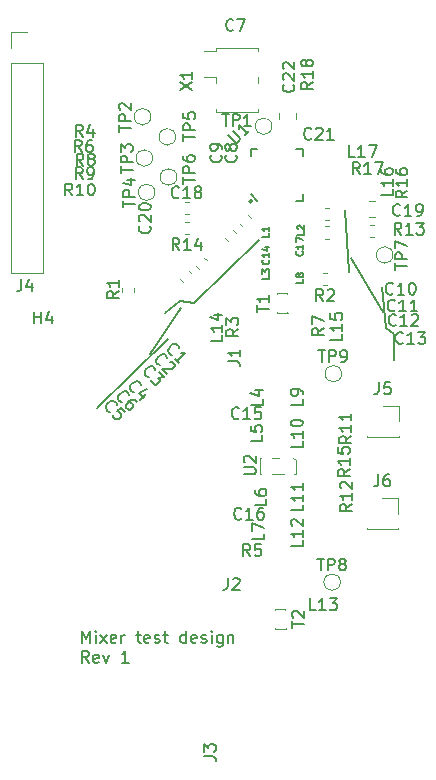
<source format=gto>
%TF.GenerationSoftware,KiCad,Pcbnew,5.1.5-52549c5~84~ubuntu19.10.1*%
%TF.CreationDate,2019-12-17T23:17:54-05:00*%
%TF.ProjectId,test-mixer,74657374-2d6d-4697-9865-722e6b696361,rev?*%
%TF.SameCoordinates,Original*%
%TF.FileFunction,Legend,Top*%
%TF.FilePolarity,Positive*%
%FSLAX46Y46*%
G04 Gerber Fmt 4.6, Leading zero omitted, Abs format (unit mm)*
G04 Created by KiCad (PCBNEW 5.1.5-52549c5~84~ubuntu19.10.1) date 2019-12-17 23:17:54*
%MOMM*%
%LPD*%
G04 APERTURE LIST*
%ADD10C,0.152400*%
%ADD11C,0.120000*%
%ADD12C,0.150000*%
G04 APERTURE END LIST*
D10*
X24615964Y-129496419D02*
X24615964Y-128480419D01*
X24954631Y-129206133D01*
X25293298Y-128480419D01*
X25293298Y-129496419D01*
X25777107Y-129496419D02*
X25777107Y-128819085D01*
X25777107Y-128480419D02*
X25728726Y-128528800D01*
X25777107Y-128577180D01*
X25825488Y-128528800D01*
X25777107Y-128480419D01*
X25777107Y-128577180D01*
X26164155Y-129496419D02*
X26696345Y-128819085D01*
X26164155Y-128819085D02*
X26696345Y-129496419D01*
X27470440Y-129448038D02*
X27373679Y-129496419D01*
X27180155Y-129496419D01*
X27083393Y-129448038D01*
X27035012Y-129351276D01*
X27035012Y-128964228D01*
X27083393Y-128867466D01*
X27180155Y-128819085D01*
X27373679Y-128819085D01*
X27470440Y-128867466D01*
X27518821Y-128964228D01*
X27518821Y-129060990D01*
X27035012Y-129157752D01*
X27954250Y-129496419D02*
X27954250Y-128819085D01*
X27954250Y-129012609D02*
X28002631Y-128915847D01*
X28051012Y-128867466D01*
X28147774Y-128819085D01*
X28244536Y-128819085D01*
X29212155Y-128819085D02*
X29599202Y-128819085D01*
X29357298Y-128480419D02*
X29357298Y-129351276D01*
X29405679Y-129448038D01*
X29502440Y-129496419D01*
X29599202Y-129496419D01*
X30324917Y-129448038D02*
X30228155Y-129496419D01*
X30034631Y-129496419D01*
X29937869Y-129448038D01*
X29889488Y-129351276D01*
X29889488Y-128964228D01*
X29937869Y-128867466D01*
X30034631Y-128819085D01*
X30228155Y-128819085D01*
X30324917Y-128867466D01*
X30373298Y-128964228D01*
X30373298Y-129060990D01*
X29889488Y-129157752D01*
X30760345Y-129448038D02*
X30857107Y-129496419D01*
X31050631Y-129496419D01*
X31147393Y-129448038D01*
X31195774Y-129351276D01*
X31195774Y-129302895D01*
X31147393Y-129206133D01*
X31050631Y-129157752D01*
X30905488Y-129157752D01*
X30808726Y-129109371D01*
X30760345Y-129012609D01*
X30760345Y-128964228D01*
X30808726Y-128867466D01*
X30905488Y-128819085D01*
X31050631Y-128819085D01*
X31147393Y-128867466D01*
X31486060Y-128819085D02*
X31873107Y-128819085D01*
X31631202Y-128480419D02*
X31631202Y-129351276D01*
X31679583Y-129448038D01*
X31776345Y-129496419D01*
X31873107Y-129496419D01*
X33421298Y-129496419D02*
X33421298Y-128480419D01*
X33421298Y-129448038D02*
X33324536Y-129496419D01*
X33131012Y-129496419D01*
X33034250Y-129448038D01*
X32985869Y-129399657D01*
X32937488Y-129302895D01*
X32937488Y-129012609D01*
X32985869Y-128915847D01*
X33034250Y-128867466D01*
X33131012Y-128819085D01*
X33324536Y-128819085D01*
X33421298Y-128867466D01*
X34292155Y-129448038D02*
X34195393Y-129496419D01*
X34001869Y-129496419D01*
X33905107Y-129448038D01*
X33856726Y-129351276D01*
X33856726Y-128964228D01*
X33905107Y-128867466D01*
X34001869Y-128819085D01*
X34195393Y-128819085D01*
X34292155Y-128867466D01*
X34340536Y-128964228D01*
X34340536Y-129060990D01*
X33856726Y-129157752D01*
X34727583Y-129448038D02*
X34824345Y-129496419D01*
X35017869Y-129496419D01*
X35114631Y-129448038D01*
X35163012Y-129351276D01*
X35163012Y-129302895D01*
X35114631Y-129206133D01*
X35017869Y-129157752D01*
X34872726Y-129157752D01*
X34775964Y-129109371D01*
X34727583Y-129012609D01*
X34727583Y-128964228D01*
X34775964Y-128867466D01*
X34872726Y-128819085D01*
X35017869Y-128819085D01*
X35114631Y-128867466D01*
X35598440Y-129496419D02*
X35598440Y-128819085D01*
X35598440Y-128480419D02*
X35550060Y-128528800D01*
X35598440Y-128577180D01*
X35646821Y-128528800D01*
X35598440Y-128480419D01*
X35598440Y-128577180D01*
X36517679Y-128819085D02*
X36517679Y-129641561D01*
X36469298Y-129738323D01*
X36420917Y-129786704D01*
X36324155Y-129835085D01*
X36179012Y-129835085D01*
X36082250Y-129786704D01*
X36517679Y-129448038D02*
X36420917Y-129496419D01*
X36227393Y-129496419D01*
X36130631Y-129448038D01*
X36082250Y-129399657D01*
X36033869Y-129302895D01*
X36033869Y-129012609D01*
X36082250Y-128915847D01*
X36130631Y-128867466D01*
X36227393Y-128819085D01*
X36420917Y-128819085D01*
X36517679Y-128867466D01*
X37001488Y-128819085D02*
X37001488Y-129496419D01*
X37001488Y-128915847D02*
X37049869Y-128867466D01*
X37146631Y-128819085D01*
X37291774Y-128819085D01*
X37388536Y-128867466D01*
X37436917Y-128964228D01*
X37436917Y-129496419D01*
X25196536Y-131172819D02*
X24857869Y-130689009D01*
X24615964Y-131172819D02*
X24615964Y-130156819D01*
X25003012Y-130156819D01*
X25099774Y-130205200D01*
X25148155Y-130253580D01*
X25196536Y-130350342D01*
X25196536Y-130495485D01*
X25148155Y-130592247D01*
X25099774Y-130640628D01*
X25003012Y-130689009D01*
X24615964Y-130689009D01*
X26019012Y-131124438D02*
X25922250Y-131172819D01*
X25728726Y-131172819D01*
X25631964Y-131124438D01*
X25583583Y-131027676D01*
X25583583Y-130640628D01*
X25631964Y-130543866D01*
X25728726Y-130495485D01*
X25922250Y-130495485D01*
X26019012Y-130543866D01*
X26067393Y-130640628D01*
X26067393Y-130737390D01*
X25583583Y-130834152D01*
X26406060Y-130495485D02*
X26647964Y-131172819D01*
X26889869Y-130495485D01*
X28583202Y-131172819D02*
X28002631Y-131172819D01*
X28292917Y-131172819D02*
X28292917Y-130156819D01*
X28196155Y-130301961D01*
X28099393Y-130398723D01*
X28002631Y-130447104D01*
X32975000Y-101125000D02*
X30350000Y-105050000D01*
X31900000Y-103775000D02*
X25900000Y-109625000D01*
X32900000Y-100575000D02*
X31650000Y-101525000D01*
X34075000Y-100700000D02*
X32900000Y-100575000D01*
X39575000Y-95375000D02*
X34075000Y-100700000D01*
X50125000Y-101500000D02*
X47400000Y-96900000D01*
X51000000Y-103375000D02*
X51075000Y-105575000D01*
X50375000Y-102875000D02*
X51000000Y-103375000D01*
X50025000Y-99350000D02*
X50375000Y-102875000D01*
X46925000Y-92850000D02*
X47200000Y-98075000D01*
D11*
X35950000Y-81580000D02*
X34950000Y-81580000D01*
X35950000Y-82120000D02*
X35950000Y-81580000D01*
X39550000Y-79150000D02*
X39550000Y-79420000D01*
X35950000Y-79150000D02*
X39550000Y-79150000D01*
X35950000Y-79420000D02*
X35950000Y-79150000D01*
X34950000Y-79420000D02*
X35950000Y-79420000D01*
X39550000Y-81580000D02*
X39550000Y-82120000D01*
X35950000Y-84550000D02*
X35950000Y-84280000D01*
X39550000Y-84550000D02*
X35950000Y-84550000D01*
X39550000Y-84280000D02*
X39550000Y-84550000D01*
X42700000Y-115200000D02*
X42600000Y-115200000D01*
X39800000Y-115200000D02*
X39700000Y-115200000D01*
X39700000Y-113800000D02*
X39800000Y-113800000D01*
X42700000Y-114000000D02*
X42500000Y-113800000D01*
X42700000Y-115200000D02*
X42700000Y-114000000D01*
X39700000Y-115200000D02*
X39700000Y-113800000D01*
X41300000Y-113800000D02*
X40700000Y-113800000D01*
X41700000Y-115200000D02*
X40700000Y-115200000D01*
D12*
X39050000Y-92100000D02*
G75*
G03X39050000Y-92100000I-150000J0D01*
G01*
X38900000Y-87700000D02*
X38900000Y-88275000D01*
X39475000Y-87700000D02*
X38900000Y-87700000D01*
X43300000Y-87700000D02*
X42725000Y-87700000D01*
X43300000Y-88275000D02*
X43300000Y-87700000D01*
X43300000Y-91525000D02*
X43300000Y-92100000D01*
X43300000Y-92100000D02*
X42725000Y-92100000D01*
X39475000Y-92100000D02*
X38900000Y-91525000D01*
D11*
X46600000Y-106700000D02*
G75*
G03X46600000Y-106700000I-700000J0D01*
G01*
X46500000Y-124350000D02*
G75*
G03X46500000Y-124350000I-700000J0D01*
G01*
X50950000Y-96650000D02*
G75*
G03X50950000Y-96650000I-700000J0D01*
G01*
X32650000Y-90050000D02*
G75*
G03X32650000Y-90050000I-700000J0D01*
G01*
X32550000Y-86650000D02*
G75*
G03X32550000Y-86650000I-700000J0D01*
G01*
X30800000Y-91350000D02*
G75*
G03X30800000Y-91350000I-700000J0D01*
G01*
X30600000Y-88450000D02*
G75*
G03X30600000Y-88450000I-700000J0D01*
G01*
X30450000Y-84950000D02*
G75*
G03X30450000Y-84950000I-700000J0D01*
G01*
X40700000Y-85750000D02*
G75*
G03X40700000Y-85750000I-700000J0D01*
G01*
X41970711Y-128350000D02*
G75*
G03X41970711Y-128350000I-70711J0D01*
G01*
X40950000Y-126600000D02*
X40950000Y-126700000D01*
X41850000Y-126600000D02*
X40950000Y-126600000D01*
X41850000Y-126700000D02*
X41850000Y-126600000D01*
X41750000Y-128300000D02*
X41850000Y-128200000D01*
X40950000Y-128300000D02*
X41750000Y-128300000D01*
X40950000Y-128200000D02*
X40950000Y-128300000D01*
X42120711Y-101600000D02*
G75*
G03X42120711Y-101600000I-70711J0D01*
G01*
X41100000Y-99850000D02*
X41100000Y-99950000D01*
X42000000Y-99850000D02*
X41100000Y-99850000D01*
X42000000Y-99950000D02*
X42000000Y-99850000D01*
X41900000Y-101550000D02*
X42000000Y-101450000D01*
X41100000Y-101550000D02*
X41900000Y-101550000D01*
X41100000Y-101450000D02*
X41100000Y-101550000D01*
X33671267Y-93840000D02*
X33328733Y-93840000D01*
X33671267Y-94860000D02*
X33328733Y-94860000D01*
X49028733Y-95110000D02*
X49371267Y-95110000D01*
X49028733Y-94090000D02*
X49371267Y-94090000D01*
X45371267Y-98140000D02*
X45028733Y-98140000D01*
X45371267Y-99160000D02*
X45028733Y-99160000D01*
X27990000Y-99478733D02*
X27990000Y-99821267D01*
X29010000Y-99478733D02*
X29010000Y-99821267D01*
X50050000Y-117220000D02*
X51380000Y-117220000D01*
X51380000Y-117220000D02*
X51380000Y-118550000D01*
X51380000Y-119760000D02*
X51380000Y-119880000D01*
X48720000Y-119760000D02*
X48720000Y-119880000D01*
X48720000Y-119880000D02*
X51380000Y-119880000D01*
X50100000Y-109420000D02*
X51430000Y-109420000D01*
X51430000Y-109420000D02*
X51430000Y-110750000D01*
X51430000Y-111960000D02*
X51430000Y-112080000D01*
X48770000Y-111960000D02*
X48770000Y-112080000D01*
X48770000Y-112080000D02*
X51430000Y-112080000D01*
X18620000Y-77770000D02*
X19950000Y-77770000D01*
X18620000Y-79100000D02*
X18620000Y-77770000D01*
X18620000Y-80370000D02*
X21280000Y-80370000D01*
X21280000Y-80370000D02*
X21280000Y-98210000D01*
X18620000Y-80370000D02*
X18620000Y-98210000D01*
X18620000Y-98210000D02*
X21280000Y-98210000D01*
X42760000Y-85111252D02*
X42760000Y-84588748D01*
X41340000Y-85111252D02*
X41340000Y-84588748D01*
X48888748Y-93460000D02*
X49411252Y-93460000D01*
X48888748Y-92040000D02*
X49411252Y-92040000D01*
X33671267Y-92190000D02*
X33328733Y-92190000D01*
X33671267Y-93210000D02*
X33328733Y-93210000D01*
X45178733Y-95260000D02*
X45521267Y-95260000D01*
X45178733Y-94240000D02*
X45521267Y-94240000D01*
X45178733Y-93660000D02*
X45521267Y-93660000D01*
X45178733Y-92640000D02*
X45521267Y-92640000D01*
X33881729Y-98210480D02*
X33639520Y-97968271D01*
X33160480Y-98931729D02*
X32918271Y-98689520D01*
X35231729Y-97110480D02*
X34989520Y-96868271D01*
X34510480Y-97831729D02*
X34268271Y-97589520D01*
X37681729Y-94760480D02*
X37439520Y-94518271D01*
X36960480Y-95481729D02*
X36718271Y-95239520D01*
X38931729Y-93510480D02*
X38689520Y-93268271D01*
X38210480Y-94231729D02*
X37968271Y-93989520D01*
D12*
X43289285Y-96335714D02*
X43317857Y-96364285D01*
X43346428Y-96450000D01*
X43346428Y-96507142D01*
X43317857Y-96592857D01*
X43260714Y-96650000D01*
X43203571Y-96678571D01*
X43089285Y-96707142D01*
X43003571Y-96707142D01*
X42889285Y-96678571D01*
X42832142Y-96650000D01*
X42775000Y-96592857D01*
X42746428Y-96507142D01*
X42746428Y-96450000D01*
X42775000Y-96364285D01*
X42803571Y-96335714D01*
X43346428Y-95764285D02*
X43346428Y-96107142D01*
X43346428Y-95935714D02*
X42746428Y-95935714D01*
X42832142Y-95992857D01*
X42889285Y-96050000D01*
X42917857Y-96107142D01*
X42746428Y-95564285D02*
X42746428Y-95164285D01*
X43346428Y-95421428D01*
X20588095Y-102452380D02*
X20588095Y-101452380D01*
X20588095Y-101928571D02*
X21159523Y-101928571D01*
X21159523Y-102452380D02*
X21159523Y-101452380D01*
X22064285Y-101785714D02*
X22064285Y-102452380D01*
X21826190Y-101404761D02*
X21588095Y-102119047D01*
X22207142Y-102119047D01*
X32952380Y-82709523D02*
X33952380Y-82042857D01*
X32952380Y-82042857D02*
X33952380Y-82709523D01*
X33952380Y-81138095D02*
X33952380Y-81709523D01*
X33952380Y-81423809D02*
X32952380Y-81423809D01*
X33095238Y-81519047D01*
X33190476Y-81614285D01*
X33238095Y-81709523D01*
X38327380Y-115211904D02*
X39136904Y-115211904D01*
X39232142Y-115164285D01*
X39279761Y-115116666D01*
X39327380Y-115021428D01*
X39327380Y-114830952D01*
X39279761Y-114735714D01*
X39232142Y-114688095D01*
X39136904Y-114640476D01*
X38327380Y-114640476D01*
X38422619Y-114211904D02*
X38375000Y-114164285D01*
X38327380Y-114069047D01*
X38327380Y-113830952D01*
X38375000Y-113735714D01*
X38422619Y-113688095D01*
X38517857Y-113640476D01*
X38613095Y-113640476D01*
X38755952Y-113688095D01*
X39327380Y-114259523D01*
X39327380Y-113640476D01*
X36974026Y-86526522D02*
X37546446Y-87098942D01*
X37647461Y-87132614D01*
X37714805Y-87132614D01*
X37815820Y-87098942D01*
X37950507Y-86964255D01*
X37984179Y-86863240D01*
X37984179Y-86795896D01*
X37950507Y-86694881D01*
X37378087Y-86122461D01*
X38792301Y-86122461D02*
X38388240Y-86526522D01*
X38590270Y-86324492D02*
X37883164Y-85617385D01*
X37916835Y-85785744D01*
X37916835Y-85920431D01*
X37883164Y-86021446D01*
X44638095Y-104704380D02*
X45209523Y-104704380D01*
X44923809Y-105704380D02*
X44923809Y-104704380D01*
X45542857Y-105704380D02*
X45542857Y-104704380D01*
X45923809Y-104704380D01*
X46019047Y-104752000D01*
X46066666Y-104799619D01*
X46114285Y-104894857D01*
X46114285Y-105037714D01*
X46066666Y-105132952D01*
X46019047Y-105180571D01*
X45923809Y-105228190D01*
X45542857Y-105228190D01*
X46590476Y-105704380D02*
X46780952Y-105704380D01*
X46876190Y-105656761D01*
X46923809Y-105609142D01*
X47019047Y-105466285D01*
X47066666Y-105275809D01*
X47066666Y-104894857D01*
X47019047Y-104799619D01*
X46971428Y-104752000D01*
X46876190Y-104704380D01*
X46685714Y-104704380D01*
X46590476Y-104752000D01*
X46542857Y-104799619D01*
X46495238Y-104894857D01*
X46495238Y-105132952D01*
X46542857Y-105228190D01*
X46590476Y-105275809D01*
X46685714Y-105323428D01*
X46876190Y-105323428D01*
X46971428Y-105275809D01*
X47019047Y-105228190D01*
X47066666Y-105132952D01*
X44538095Y-122354380D02*
X45109523Y-122354380D01*
X44823809Y-123354380D02*
X44823809Y-122354380D01*
X45442857Y-123354380D02*
X45442857Y-122354380D01*
X45823809Y-122354380D01*
X45919047Y-122402000D01*
X45966666Y-122449619D01*
X46014285Y-122544857D01*
X46014285Y-122687714D01*
X45966666Y-122782952D01*
X45919047Y-122830571D01*
X45823809Y-122878190D01*
X45442857Y-122878190D01*
X46585714Y-122782952D02*
X46490476Y-122735333D01*
X46442857Y-122687714D01*
X46395238Y-122592476D01*
X46395238Y-122544857D01*
X46442857Y-122449619D01*
X46490476Y-122402000D01*
X46585714Y-122354380D01*
X46776190Y-122354380D01*
X46871428Y-122402000D01*
X46919047Y-122449619D01*
X46966666Y-122544857D01*
X46966666Y-122592476D01*
X46919047Y-122687714D01*
X46871428Y-122735333D01*
X46776190Y-122782952D01*
X46585714Y-122782952D01*
X46490476Y-122830571D01*
X46442857Y-122878190D01*
X46395238Y-122973428D01*
X46395238Y-123163904D01*
X46442857Y-123259142D01*
X46490476Y-123306761D01*
X46585714Y-123354380D01*
X46776190Y-123354380D01*
X46871428Y-123306761D01*
X46919047Y-123259142D01*
X46966666Y-123163904D01*
X46966666Y-122973428D01*
X46919047Y-122878190D01*
X46871428Y-122830571D01*
X46776190Y-122782952D01*
X51150380Y-97911904D02*
X51150380Y-97340476D01*
X52150380Y-97626190D02*
X51150380Y-97626190D01*
X52150380Y-97007142D02*
X51150380Y-97007142D01*
X51150380Y-96626190D01*
X51198000Y-96530952D01*
X51245619Y-96483333D01*
X51340857Y-96435714D01*
X51483714Y-96435714D01*
X51578952Y-96483333D01*
X51626571Y-96530952D01*
X51674190Y-96626190D01*
X51674190Y-97007142D01*
X51150380Y-96102380D02*
X51150380Y-95435714D01*
X52150380Y-95864285D01*
X33152380Y-90611904D02*
X33152380Y-90040476D01*
X34152380Y-90326190D02*
X33152380Y-90326190D01*
X34152380Y-89707142D02*
X33152380Y-89707142D01*
X33152380Y-89326190D01*
X33200000Y-89230952D01*
X33247619Y-89183333D01*
X33342857Y-89135714D01*
X33485714Y-89135714D01*
X33580952Y-89183333D01*
X33628571Y-89230952D01*
X33676190Y-89326190D01*
X33676190Y-89707142D01*
X33152380Y-88278571D02*
X33152380Y-88469047D01*
X33200000Y-88564285D01*
X33247619Y-88611904D01*
X33390476Y-88707142D01*
X33580952Y-88754761D01*
X33961904Y-88754761D01*
X34057142Y-88707142D01*
X34104761Y-88659523D01*
X34152380Y-88564285D01*
X34152380Y-88373809D01*
X34104761Y-88278571D01*
X34057142Y-88230952D01*
X33961904Y-88183333D01*
X33723809Y-88183333D01*
X33628571Y-88230952D01*
X33580952Y-88278571D01*
X33533333Y-88373809D01*
X33533333Y-88564285D01*
X33580952Y-88659523D01*
X33628571Y-88707142D01*
X33723809Y-88754761D01*
X33202380Y-86986904D02*
X33202380Y-86415476D01*
X34202380Y-86701190D02*
X33202380Y-86701190D01*
X34202380Y-86082142D02*
X33202380Y-86082142D01*
X33202380Y-85701190D01*
X33250000Y-85605952D01*
X33297619Y-85558333D01*
X33392857Y-85510714D01*
X33535714Y-85510714D01*
X33630952Y-85558333D01*
X33678571Y-85605952D01*
X33726190Y-85701190D01*
X33726190Y-86082142D01*
X33202380Y-84605952D02*
X33202380Y-85082142D01*
X33678571Y-85129761D01*
X33630952Y-85082142D01*
X33583333Y-84986904D01*
X33583333Y-84748809D01*
X33630952Y-84653571D01*
X33678571Y-84605952D01*
X33773809Y-84558333D01*
X34011904Y-84558333D01*
X34107142Y-84605952D01*
X34154761Y-84653571D01*
X34202380Y-84748809D01*
X34202380Y-84986904D01*
X34154761Y-85082142D01*
X34107142Y-85129761D01*
X28104380Y-92611904D02*
X28104380Y-92040476D01*
X29104380Y-92326190D02*
X28104380Y-92326190D01*
X29104380Y-91707142D02*
X28104380Y-91707142D01*
X28104380Y-91326190D01*
X28152000Y-91230952D01*
X28199619Y-91183333D01*
X28294857Y-91135714D01*
X28437714Y-91135714D01*
X28532952Y-91183333D01*
X28580571Y-91230952D01*
X28628190Y-91326190D01*
X28628190Y-91707142D01*
X28437714Y-90278571D02*
X29104380Y-90278571D01*
X28056761Y-90516666D02*
X28771047Y-90754761D01*
X28771047Y-90135714D01*
X27904380Y-89711904D02*
X27904380Y-89140476D01*
X28904380Y-89426190D02*
X27904380Y-89426190D01*
X28904380Y-88807142D02*
X27904380Y-88807142D01*
X27904380Y-88426190D01*
X27952000Y-88330952D01*
X27999619Y-88283333D01*
X28094857Y-88235714D01*
X28237714Y-88235714D01*
X28332952Y-88283333D01*
X28380571Y-88330952D01*
X28428190Y-88426190D01*
X28428190Y-88807142D01*
X27904380Y-87902380D02*
X27904380Y-87283333D01*
X28285333Y-87616666D01*
X28285333Y-87473809D01*
X28332952Y-87378571D01*
X28380571Y-87330952D01*
X28475809Y-87283333D01*
X28713904Y-87283333D01*
X28809142Y-87330952D01*
X28856761Y-87378571D01*
X28904380Y-87473809D01*
X28904380Y-87759523D01*
X28856761Y-87854761D01*
X28809142Y-87902380D01*
X27754380Y-86211904D02*
X27754380Y-85640476D01*
X28754380Y-85926190D02*
X27754380Y-85926190D01*
X28754380Y-85307142D02*
X27754380Y-85307142D01*
X27754380Y-84926190D01*
X27802000Y-84830952D01*
X27849619Y-84783333D01*
X27944857Y-84735714D01*
X28087714Y-84735714D01*
X28182952Y-84783333D01*
X28230571Y-84830952D01*
X28278190Y-84926190D01*
X28278190Y-85307142D01*
X27849619Y-84354761D02*
X27802000Y-84307142D01*
X27754380Y-84211904D01*
X27754380Y-83973809D01*
X27802000Y-83878571D01*
X27849619Y-83830952D01*
X27944857Y-83783333D01*
X28040095Y-83783333D01*
X28182952Y-83830952D01*
X28754380Y-84402380D01*
X28754380Y-83783333D01*
X36488095Y-84727380D02*
X37059523Y-84727380D01*
X36773809Y-85727380D02*
X36773809Y-84727380D01*
X37392857Y-85727380D02*
X37392857Y-84727380D01*
X37773809Y-84727380D01*
X37869047Y-84775000D01*
X37916666Y-84822619D01*
X37964285Y-84917857D01*
X37964285Y-85060714D01*
X37916666Y-85155952D01*
X37869047Y-85203571D01*
X37773809Y-85251190D01*
X37392857Y-85251190D01*
X38916666Y-85727380D02*
X38345238Y-85727380D01*
X38630952Y-85727380D02*
X38630952Y-84727380D01*
X38535714Y-84870238D01*
X38440476Y-84965476D01*
X38345238Y-85013095D01*
X42402380Y-128211904D02*
X42402380Y-127640476D01*
X43402380Y-127926190D02*
X42402380Y-127926190D01*
X42497619Y-127354761D02*
X42450000Y-127307142D01*
X42402380Y-127211904D01*
X42402380Y-126973809D01*
X42450000Y-126878571D01*
X42497619Y-126830952D01*
X42592857Y-126783333D01*
X42688095Y-126783333D01*
X42830952Y-126830952D01*
X43402380Y-127402380D01*
X43402380Y-126783333D01*
X39427380Y-101486904D02*
X39427380Y-100915476D01*
X40427380Y-101201190D02*
X39427380Y-101201190D01*
X40427380Y-100058333D02*
X40427380Y-100629761D01*
X40427380Y-100344047D02*
X39427380Y-100344047D01*
X39570238Y-100439285D01*
X39665476Y-100534523D01*
X39713095Y-100629761D01*
X44177380Y-82017857D02*
X43701190Y-82351190D01*
X44177380Y-82589285D02*
X43177380Y-82589285D01*
X43177380Y-82208333D01*
X43225000Y-82113095D01*
X43272619Y-82065476D01*
X43367857Y-82017857D01*
X43510714Y-82017857D01*
X43605952Y-82065476D01*
X43653571Y-82113095D01*
X43701190Y-82208333D01*
X43701190Y-82589285D01*
X44177380Y-81065476D02*
X44177380Y-81636904D01*
X44177380Y-81351190D02*
X43177380Y-81351190D01*
X43320238Y-81446428D01*
X43415476Y-81541666D01*
X43463095Y-81636904D01*
X43605952Y-80494047D02*
X43558333Y-80589285D01*
X43510714Y-80636904D01*
X43415476Y-80684523D01*
X43367857Y-80684523D01*
X43272619Y-80636904D01*
X43225000Y-80589285D01*
X43177380Y-80494047D01*
X43177380Y-80303571D01*
X43225000Y-80208333D01*
X43272619Y-80160714D01*
X43367857Y-80113095D01*
X43415476Y-80113095D01*
X43510714Y-80160714D01*
X43558333Y-80208333D01*
X43605952Y-80303571D01*
X43605952Y-80494047D01*
X43653571Y-80589285D01*
X43701190Y-80636904D01*
X43796428Y-80684523D01*
X43986904Y-80684523D01*
X44082142Y-80636904D01*
X44129761Y-80589285D01*
X44177380Y-80494047D01*
X44177380Y-80303571D01*
X44129761Y-80208333D01*
X44082142Y-80160714D01*
X43986904Y-80113095D01*
X43796428Y-80113095D01*
X43701190Y-80160714D01*
X43653571Y-80208333D01*
X43605952Y-80303571D01*
X48132142Y-89802380D02*
X47798809Y-89326190D01*
X47560714Y-89802380D02*
X47560714Y-88802380D01*
X47941666Y-88802380D01*
X48036904Y-88850000D01*
X48084523Y-88897619D01*
X48132142Y-88992857D01*
X48132142Y-89135714D01*
X48084523Y-89230952D01*
X48036904Y-89278571D01*
X47941666Y-89326190D01*
X47560714Y-89326190D01*
X49084523Y-89802380D02*
X48513095Y-89802380D01*
X48798809Y-89802380D02*
X48798809Y-88802380D01*
X48703571Y-88945238D01*
X48608333Y-89040476D01*
X48513095Y-89088095D01*
X49417857Y-88802380D02*
X50084523Y-88802380D01*
X49655952Y-89802380D01*
X52177380Y-91192857D02*
X51701190Y-91526190D01*
X52177380Y-91764285D02*
X51177380Y-91764285D01*
X51177380Y-91383333D01*
X51225000Y-91288095D01*
X51272619Y-91240476D01*
X51367857Y-91192857D01*
X51510714Y-91192857D01*
X51605952Y-91240476D01*
X51653571Y-91288095D01*
X51701190Y-91383333D01*
X51701190Y-91764285D01*
X52177380Y-90240476D02*
X52177380Y-90811904D01*
X52177380Y-90526190D02*
X51177380Y-90526190D01*
X51320238Y-90621428D01*
X51415476Y-90716666D01*
X51463095Y-90811904D01*
X51177380Y-89383333D02*
X51177380Y-89573809D01*
X51225000Y-89669047D01*
X51272619Y-89716666D01*
X51415476Y-89811904D01*
X51605952Y-89859523D01*
X51986904Y-89859523D01*
X52082142Y-89811904D01*
X52129761Y-89764285D01*
X52177380Y-89669047D01*
X52177380Y-89478571D01*
X52129761Y-89383333D01*
X52082142Y-89335714D01*
X51986904Y-89288095D01*
X51748809Y-89288095D01*
X51653571Y-89335714D01*
X51605952Y-89383333D01*
X51558333Y-89478571D01*
X51558333Y-89669047D01*
X51605952Y-89764285D01*
X51653571Y-89811904D01*
X51748809Y-89859523D01*
X47272380Y-114792857D02*
X46796190Y-115126190D01*
X47272380Y-115364285D02*
X46272380Y-115364285D01*
X46272380Y-114983333D01*
X46320000Y-114888095D01*
X46367619Y-114840476D01*
X46462857Y-114792857D01*
X46605714Y-114792857D01*
X46700952Y-114840476D01*
X46748571Y-114888095D01*
X46796190Y-114983333D01*
X46796190Y-115364285D01*
X47272380Y-113840476D02*
X47272380Y-114411904D01*
X47272380Y-114126190D02*
X46272380Y-114126190D01*
X46415238Y-114221428D01*
X46510476Y-114316666D01*
X46558095Y-114411904D01*
X46272380Y-112935714D02*
X46272380Y-113411904D01*
X46748571Y-113459523D01*
X46700952Y-113411904D01*
X46653333Y-113316666D01*
X46653333Y-113078571D01*
X46700952Y-112983333D01*
X46748571Y-112935714D01*
X46843809Y-112888095D01*
X47081904Y-112888095D01*
X47177142Y-112935714D01*
X47224761Y-112983333D01*
X47272380Y-113078571D01*
X47272380Y-113316666D01*
X47224761Y-113411904D01*
X47177142Y-113459523D01*
X32857142Y-96232380D02*
X32523809Y-95756190D01*
X32285714Y-96232380D02*
X32285714Y-95232380D01*
X32666666Y-95232380D01*
X32761904Y-95280000D01*
X32809523Y-95327619D01*
X32857142Y-95422857D01*
X32857142Y-95565714D01*
X32809523Y-95660952D01*
X32761904Y-95708571D01*
X32666666Y-95756190D01*
X32285714Y-95756190D01*
X33809523Y-96232380D02*
X33238095Y-96232380D01*
X33523809Y-96232380D02*
X33523809Y-95232380D01*
X33428571Y-95375238D01*
X33333333Y-95470476D01*
X33238095Y-95518095D01*
X34666666Y-95565714D02*
X34666666Y-96232380D01*
X34428571Y-95184761D02*
X34190476Y-95899047D01*
X34809523Y-95899047D01*
X51657142Y-94927380D02*
X51323809Y-94451190D01*
X51085714Y-94927380D02*
X51085714Y-93927380D01*
X51466666Y-93927380D01*
X51561904Y-93975000D01*
X51609523Y-94022619D01*
X51657142Y-94117857D01*
X51657142Y-94260714D01*
X51609523Y-94355952D01*
X51561904Y-94403571D01*
X51466666Y-94451190D01*
X51085714Y-94451190D01*
X52609523Y-94927380D02*
X52038095Y-94927380D01*
X52323809Y-94927380D02*
X52323809Y-93927380D01*
X52228571Y-94070238D01*
X52133333Y-94165476D01*
X52038095Y-94213095D01*
X52942857Y-93927380D02*
X53561904Y-93927380D01*
X53228571Y-94308333D01*
X53371428Y-94308333D01*
X53466666Y-94355952D01*
X53514285Y-94403571D01*
X53561904Y-94498809D01*
X53561904Y-94736904D01*
X53514285Y-94832142D01*
X53466666Y-94879761D01*
X53371428Y-94927380D01*
X53085714Y-94927380D01*
X52990476Y-94879761D01*
X52942857Y-94832142D01*
X47472380Y-117742857D02*
X46996190Y-118076190D01*
X47472380Y-118314285D02*
X46472380Y-118314285D01*
X46472380Y-117933333D01*
X46520000Y-117838095D01*
X46567619Y-117790476D01*
X46662857Y-117742857D01*
X46805714Y-117742857D01*
X46900952Y-117790476D01*
X46948571Y-117838095D01*
X46996190Y-117933333D01*
X46996190Y-118314285D01*
X47472380Y-116790476D02*
X47472380Y-117361904D01*
X47472380Y-117076190D02*
X46472380Y-117076190D01*
X46615238Y-117171428D01*
X46710476Y-117266666D01*
X46758095Y-117361904D01*
X46567619Y-116409523D02*
X46520000Y-116361904D01*
X46472380Y-116266666D01*
X46472380Y-116028571D01*
X46520000Y-115933333D01*
X46567619Y-115885714D01*
X46662857Y-115838095D01*
X46758095Y-115838095D01*
X46900952Y-115885714D01*
X47472380Y-116457142D01*
X47472380Y-115838095D01*
X47422380Y-111992857D02*
X46946190Y-112326190D01*
X47422380Y-112564285D02*
X46422380Y-112564285D01*
X46422380Y-112183333D01*
X46470000Y-112088095D01*
X46517619Y-112040476D01*
X46612857Y-111992857D01*
X46755714Y-111992857D01*
X46850952Y-112040476D01*
X46898571Y-112088095D01*
X46946190Y-112183333D01*
X46946190Y-112564285D01*
X47422380Y-111040476D02*
X47422380Y-111611904D01*
X47422380Y-111326190D02*
X46422380Y-111326190D01*
X46565238Y-111421428D01*
X46660476Y-111516666D01*
X46708095Y-111611904D01*
X47422380Y-110088095D02*
X47422380Y-110659523D01*
X47422380Y-110373809D02*
X46422380Y-110373809D01*
X46565238Y-110469047D01*
X46660476Y-110564285D01*
X46708095Y-110659523D01*
X23782142Y-91602380D02*
X23448809Y-91126190D01*
X23210714Y-91602380D02*
X23210714Y-90602380D01*
X23591666Y-90602380D01*
X23686904Y-90650000D01*
X23734523Y-90697619D01*
X23782142Y-90792857D01*
X23782142Y-90935714D01*
X23734523Y-91030952D01*
X23686904Y-91078571D01*
X23591666Y-91126190D01*
X23210714Y-91126190D01*
X24734523Y-91602380D02*
X24163095Y-91602380D01*
X24448809Y-91602380D02*
X24448809Y-90602380D01*
X24353571Y-90745238D01*
X24258333Y-90840476D01*
X24163095Y-90888095D01*
X25353571Y-90602380D02*
X25448809Y-90602380D01*
X25544047Y-90650000D01*
X25591666Y-90697619D01*
X25639285Y-90792857D01*
X25686904Y-90983333D01*
X25686904Y-91221428D01*
X25639285Y-91411904D01*
X25591666Y-91507142D01*
X25544047Y-91554761D01*
X25448809Y-91602380D01*
X25353571Y-91602380D01*
X25258333Y-91554761D01*
X25210714Y-91507142D01*
X25163095Y-91411904D01*
X25115476Y-91221428D01*
X25115476Y-90983333D01*
X25163095Y-90792857D01*
X25210714Y-90697619D01*
X25258333Y-90650000D01*
X25353571Y-90602380D01*
X24683333Y-90227380D02*
X24350000Y-89751190D01*
X24111904Y-90227380D02*
X24111904Y-89227380D01*
X24492857Y-89227380D01*
X24588095Y-89275000D01*
X24635714Y-89322619D01*
X24683333Y-89417857D01*
X24683333Y-89560714D01*
X24635714Y-89655952D01*
X24588095Y-89703571D01*
X24492857Y-89751190D01*
X24111904Y-89751190D01*
X25159523Y-90227380D02*
X25350000Y-90227380D01*
X25445238Y-90179761D01*
X25492857Y-90132142D01*
X25588095Y-89989285D01*
X25635714Y-89798809D01*
X25635714Y-89417857D01*
X25588095Y-89322619D01*
X25540476Y-89275000D01*
X25445238Y-89227380D01*
X25254761Y-89227380D01*
X25159523Y-89275000D01*
X25111904Y-89322619D01*
X25064285Y-89417857D01*
X25064285Y-89655952D01*
X25111904Y-89751190D01*
X25159523Y-89798809D01*
X25254761Y-89846428D01*
X25445238Y-89846428D01*
X25540476Y-89798809D01*
X25588095Y-89751190D01*
X25635714Y-89655952D01*
X24733333Y-89077380D02*
X24400000Y-88601190D01*
X24161904Y-89077380D02*
X24161904Y-88077380D01*
X24542857Y-88077380D01*
X24638095Y-88125000D01*
X24685714Y-88172619D01*
X24733333Y-88267857D01*
X24733333Y-88410714D01*
X24685714Y-88505952D01*
X24638095Y-88553571D01*
X24542857Y-88601190D01*
X24161904Y-88601190D01*
X25304761Y-88505952D02*
X25209523Y-88458333D01*
X25161904Y-88410714D01*
X25114285Y-88315476D01*
X25114285Y-88267857D01*
X25161904Y-88172619D01*
X25209523Y-88125000D01*
X25304761Y-88077380D01*
X25495238Y-88077380D01*
X25590476Y-88125000D01*
X25638095Y-88172619D01*
X25685714Y-88267857D01*
X25685714Y-88315476D01*
X25638095Y-88410714D01*
X25590476Y-88458333D01*
X25495238Y-88505952D01*
X25304761Y-88505952D01*
X25209523Y-88553571D01*
X25161904Y-88601190D01*
X25114285Y-88696428D01*
X25114285Y-88886904D01*
X25161904Y-88982142D01*
X25209523Y-89029761D01*
X25304761Y-89077380D01*
X25495238Y-89077380D01*
X25590476Y-89029761D01*
X25638095Y-88982142D01*
X25685714Y-88886904D01*
X25685714Y-88696428D01*
X25638095Y-88601190D01*
X25590476Y-88553571D01*
X25495238Y-88505952D01*
X45102380Y-102841666D02*
X44626190Y-103175000D01*
X45102380Y-103413095D02*
X44102380Y-103413095D01*
X44102380Y-103032142D01*
X44150000Y-102936904D01*
X44197619Y-102889285D01*
X44292857Y-102841666D01*
X44435714Y-102841666D01*
X44530952Y-102889285D01*
X44578571Y-102936904D01*
X44626190Y-103032142D01*
X44626190Y-103413095D01*
X44102380Y-102508333D02*
X44102380Y-101841666D01*
X45102380Y-102270238D01*
X24583333Y-87927380D02*
X24250000Y-87451190D01*
X24011904Y-87927380D02*
X24011904Y-86927380D01*
X24392857Y-86927380D01*
X24488095Y-86975000D01*
X24535714Y-87022619D01*
X24583333Y-87117857D01*
X24583333Y-87260714D01*
X24535714Y-87355952D01*
X24488095Y-87403571D01*
X24392857Y-87451190D01*
X24011904Y-87451190D01*
X25440476Y-86927380D02*
X25250000Y-86927380D01*
X25154761Y-86975000D01*
X25107142Y-87022619D01*
X25011904Y-87165476D01*
X24964285Y-87355952D01*
X24964285Y-87736904D01*
X25011904Y-87832142D01*
X25059523Y-87879761D01*
X25154761Y-87927380D01*
X25345238Y-87927380D01*
X25440476Y-87879761D01*
X25488095Y-87832142D01*
X25535714Y-87736904D01*
X25535714Y-87498809D01*
X25488095Y-87403571D01*
X25440476Y-87355952D01*
X25345238Y-87308333D01*
X25154761Y-87308333D01*
X25059523Y-87355952D01*
X25011904Y-87403571D01*
X24964285Y-87498809D01*
X38858333Y-122127380D02*
X38525000Y-121651190D01*
X38286904Y-122127380D02*
X38286904Y-121127380D01*
X38667857Y-121127380D01*
X38763095Y-121175000D01*
X38810714Y-121222619D01*
X38858333Y-121317857D01*
X38858333Y-121460714D01*
X38810714Y-121555952D01*
X38763095Y-121603571D01*
X38667857Y-121651190D01*
X38286904Y-121651190D01*
X39763095Y-121127380D02*
X39286904Y-121127380D01*
X39239285Y-121603571D01*
X39286904Y-121555952D01*
X39382142Y-121508333D01*
X39620238Y-121508333D01*
X39715476Y-121555952D01*
X39763095Y-121603571D01*
X39810714Y-121698809D01*
X39810714Y-121936904D01*
X39763095Y-122032142D01*
X39715476Y-122079761D01*
X39620238Y-122127380D01*
X39382142Y-122127380D01*
X39286904Y-122079761D01*
X39239285Y-122032142D01*
X24683333Y-86627380D02*
X24350000Y-86151190D01*
X24111904Y-86627380D02*
X24111904Y-85627380D01*
X24492857Y-85627380D01*
X24588095Y-85675000D01*
X24635714Y-85722619D01*
X24683333Y-85817857D01*
X24683333Y-85960714D01*
X24635714Y-86055952D01*
X24588095Y-86103571D01*
X24492857Y-86151190D01*
X24111904Y-86151190D01*
X25540476Y-85960714D02*
X25540476Y-86627380D01*
X25302380Y-85579761D02*
X25064285Y-86294047D01*
X25683333Y-86294047D01*
X37852380Y-102916666D02*
X37376190Y-103250000D01*
X37852380Y-103488095D02*
X36852380Y-103488095D01*
X36852380Y-103107142D01*
X36900000Y-103011904D01*
X36947619Y-102964285D01*
X37042857Y-102916666D01*
X37185714Y-102916666D01*
X37280952Y-102964285D01*
X37328571Y-103011904D01*
X37376190Y-103107142D01*
X37376190Y-103488095D01*
X36852380Y-102583333D02*
X36852380Y-101964285D01*
X37233333Y-102297619D01*
X37233333Y-102154761D01*
X37280952Y-102059523D01*
X37328571Y-102011904D01*
X37423809Y-101964285D01*
X37661904Y-101964285D01*
X37757142Y-102011904D01*
X37804761Y-102059523D01*
X37852380Y-102154761D01*
X37852380Y-102440476D01*
X37804761Y-102535714D01*
X37757142Y-102583333D01*
X45033333Y-100532380D02*
X44700000Y-100056190D01*
X44461904Y-100532380D02*
X44461904Y-99532380D01*
X44842857Y-99532380D01*
X44938095Y-99580000D01*
X44985714Y-99627619D01*
X45033333Y-99722857D01*
X45033333Y-99865714D01*
X44985714Y-99960952D01*
X44938095Y-100008571D01*
X44842857Y-100056190D01*
X44461904Y-100056190D01*
X45414285Y-99627619D02*
X45461904Y-99580000D01*
X45557142Y-99532380D01*
X45795238Y-99532380D01*
X45890476Y-99580000D01*
X45938095Y-99627619D01*
X45985714Y-99722857D01*
X45985714Y-99818095D01*
X45938095Y-99960952D01*
X45366666Y-100532380D01*
X45985714Y-100532380D01*
X27727380Y-99716666D02*
X27251190Y-100050000D01*
X27727380Y-100288095D02*
X26727380Y-100288095D01*
X26727380Y-99907142D01*
X26775000Y-99811904D01*
X26822619Y-99764285D01*
X26917857Y-99716666D01*
X27060714Y-99716666D01*
X27155952Y-99764285D01*
X27203571Y-99811904D01*
X27251190Y-99907142D01*
X27251190Y-100288095D01*
X27727380Y-98764285D02*
X27727380Y-99335714D01*
X27727380Y-99050000D02*
X26727380Y-99050000D01*
X26870238Y-99145238D01*
X26965476Y-99240476D01*
X27013095Y-99335714D01*
X47707142Y-88352380D02*
X47230952Y-88352380D01*
X47230952Y-87352380D01*
X48564285Y-88352380D02*
X47992857Y-88352380D01*
X48278571Y-88352380D02*
X48278571Y-87352380D01*
X48183333Y-87495238D01*
X48088095Y-87590476D01*
X47992857Y-87638095D01*
X48897619Y-87352380D02*
X49564285Y-87352380D01*
X49135714Y-88352380D01*
X50927380Y-91092857D02*
X50927380Y-91569047D01*
X49927380Y-91569047D01*
X50927380Y-90235714D02*
X50927380Y-90807142D01*
X50927380Y-90521428D02*
X49927380Y-90521428D01*
X50070238Y-90616666D01*
X50165476Y-90711904D01*
X50213095Y-90807142D01*
X49927380Y-89378571D02*
X49927380Y-89569047D01*
X49975000Y-89664285D01*
X50022619Y-89711904D01*
X50165476Y-89807142D01*
X50355952Y-89854761D01*
X50736904Y-89854761D01*
X50832142Y-89807142D01*
X50879761Y-89759523D01*
X50927380Y-89664285D01*
X50927380Y-89473809D01*
X50879761Y-89378571D01*
X50832142Y-89330952D01*
X50736904Y-89283333D01*
X50498809Y-89283333D01*
X50403571Y-89330952D01*
X50355952Y-89378571D01*
X50308333Y-89473809D01*
X50308333Y-89664285D01*
X50355952Y-89759523D01*
X50403571Y-89807142D01*
X50498809Y-89854761D01*
X46652380Y-103367857D02*
X46652380Y-103844047D01*
X45652380Y-103844047D01*
X46652380Y-102510714D02*
X46652380Y-103082142D01*
X46652380Y-102796428D02*
X45652380Y-102796428D01*
X45795238Y-102891666D01*
X45890476Y-102986904D01*
X45938095Y-103082142D01*
X45652380Y-101605952D02*
X45652380Y-102082142D01*
X46128571Y-102129761D01*
X46080952Y-102082142D01*
X46033333Y-101986904D01*
X46033333Y-101748809D01*
X46080952Y-101653571D01*
X46128571Y-101605952D01*
X46223809Y-101558333D01*
X46461904Y-101558333D01*
X46557142Y-101605952D01*
X46604761Y-101653571D01*
X46652380Y-101748809D01*
X46652380Y-101986904D01*
X46604761Y-102082142D01*
X46557142Y-102129761D01*
X36502380Y-103417857D02*
X36502380Y-103894047D01*
X35502380Y-103894047D01*
X36502380Y-102560714D02*
X36502380Y-103132142D01*
X36502380Y-102846428D02*
X35502380Y-102846428D01*
X35645238Y-102941666D01*
X35740476Y-103036904D01*
X35788095Y-103132142D01*
X35835714Y-101703571D02*
X36502380Y-101703571D01*
X35454761Y-101941666D02*
X36169047Y-102179761D01*
X36169047Y-101560714D01*
X44407142Y-126732380D02*
X43930952Y-126732380D01*
X43930952Y-125732380D01*
X45264285Y-126732380D02*
X44692857Y-126732380D01*
X44978571Y-126732380D02*
X44978571Y-125732380D01*
X44883333Y-125875238D01*
X44788095Y-125970476D01*
X44692857Y-126018095D01*
X45597619Y-125732380D02*
X46216666Y-125732380D01*
X45883333Y-126113333D01*
X46026190Y-126113333D01*
X46121428Y-126160952D01*
X46169047Y-126208571D01*
X46216666Y-126303809D01*
X46216666Y-126541904D01*
X46169047Y-126637142D01*
X46121428Y-126684761D01*
X46026190Y-126732380D01*
X45740476Y-126732380D01*
X45645238Y-126684761D01*
X45597619Y-126637142D01*
X43322380Y-120817857D02*
X43322380Y-121294047D01*
X42322380Y-121294047D01*
X43322380Y-119960714D02*
X43322380Y-120532142D01*
X43322380Y-120246428D02*
X42322380Y-120246428D01*
X42465238Y-120341666D01*
X42560476Y-120436904D01*
X42608095Y-120532142D01*
X42417619Y-119579761D02*
X42370000Y-119532142D01*
X42322380Y-119436904D01*
X42322380Y-119198809D01*
X42370000Y-119103571D01*
X42417619Y-119055952D01*
X42512857Y-119008333D01*
X42608095Y-119008333D01*
X42750952Y-119055952D01*
X43322380Y-119627380D01*
X43322380Y-119008333D01*
X43347380Y-117792857D02*
X43347380Y-118269047D01*
X42347380Y-118269047D01*
X43347380Y-116935714D02*
X43347380Y-117507142D01*
X43347380Y-117221428D02*
X42347380Y-117221428D01*
X42490238Y-117316666D01*
X42585476Y-117411904D01*
X42633095Y-117507142D01*
X43347380Y-115983333D02*
X43347380Y-116554761D01*
X43347380Y-116269047D02*
X42347380Y-116269047D01*
X42490238Y-116364285D01*
X42585476Y-116459523D01*
X42633095Y-116554761D01*
X43297380Y-112392857D02*
X43297380Y-112869047D01*
X42297380Y-112869047D01*
X43297380Y-111535714D02*
X43297380Y-112107142D01*
X43297380Y-111821428D02*
X42297380Y-111821428D01*
X42440238Y-111916666D01*
X42535476Y-112011904D01*
X42583095Y-112107142D01*
X42297380Y-110916666D02*
X42297380Y-110821428D01*
X42345000Y-110726190D01*
X42392619Y-110678571D01*
X42487857Y-110630952D01*
X42678333Y-110583333D01*
X42916428Y-110583333D01*
X43106904Y-110630952D01*
X43202142Y-110678571D01*
X43249761Y-110726190D01*
X43297380Y-110821428D01*
X43297380Y-110916666D01*
X43249761Y-111011904D01*
X43202142Y-111059523D01*
X43106904Y-111107142D01*
X42916428Y-111154761D01*
X42678333Y-111154761D01*
X42487857Y-111107142D01*
X42392619Y-111059523D01*
X42345000Y-111011904D01*
X42297380Y-110916666D01*
X43297380Y-108841666D02*
X43297380Y-109317857D01*
X42297380Y-109317857D01*
X43297380Y-108460714D02*
X43297380Y-108270238D01*
X43249761Y-108175000D01*
X43202142Y-108127380D01*
X43059285Y-108032142D01*
X42868809Y-107984523D01*
X42487857Y-107984523D01*
X42392619Y-108032142D01*
X42345000Y-108079761D01*
X42297380Y-108175000D01*
X42297380Y-108365476D01*
X42345000Y-108460714D01*
X42392619Y-108508333D01*
X42487857Y-108555952D01*
X42725952Y-108555952D01*
X42821190Y-108508333D01*
X42868809Y-108460714D01*
X42916428Y-108365476D01*
X42916428Y-108175000D01*
X42868809Y-108079761D01*
X42821190Y-108032142D01*
X42725952Y-107984523D01*
X43371428Y-98700000D02*
X43371428Y-98985714D01*
X42771428Y-98985714D01*
X43028571Y-98414285D02*
X43000000Y-98471428D01*
X42971428Y-98500000D01*
X42914285Y-98528571D01*
X42885714Y-98528571D01*
X42828571Y-98500000D01*
X42800000Y-98471428D01*
X42771428Y-98414285D01*
X42771428Y-98300000D01*
X42800000Y-98242857D01*
X42828571Y-98214285D01*
X42885714Y-98185714D01*
X42914285Y-98185714D01*
X42971428Y-98214285D01*
X43000000Y-98242857D01*
X43028571Y-98300000D01*
X43028571Y-98414285D01*
X43057142Y-98471428D01*
X43085714Y-98500000D01*
X43142857Y-98528571D01*
X43257142Y-98528571D01*
X43314285Y-98500000D01*
X43342857Y-98471428D01*
X43371428Y-98414285D01*
X43371428Y-98300000D01*
X43342857Y-98242857D01*
X43314285Y-98214285D01*
X43257142Y-98185714D01*
X43142857Y-98185714D01*
X43085714Y-98214285D01*
X43057142Y-98242857D01*
X43028571Y-98300000D01*
X40002380Y-120241666D02*
X40002380Y-120717857D01*
X39002380Y-120717857D01*
X39002380Y-120003571D02*
X39002380Y-119336904D01*
X40002380Y-119765476D01*
X40227380Y-117316666D02*
X40227380Y-117792857D01*
X39227380Y-117792857D01*
X39227380Y-116554761D02*
X39227380Y-116745238D01*
X39275000Y-116840476D01*
X39322619Y-116888095D01*
X39465476Y-116983333D01*
X39655952Y-117030952D01*
X40036904Y-117030952D01*
X40132142Y-116983333D01*
X40179761Y-116935714D01*
X40227380Y-116840476D01*
X40227380Y-116650000D01*
X40179761Y-116554761D01*
X40132142Y-116507142D01*
X40036904Y-116459523D01*
X39798809Y-116459523D01*
X39703571Y-116507142D01*
X39655952Y-116554761D01*
X39608333Y-116650000D01*
X39608333Y-116840476D01*
X39655952Y-116935714D01*
X39703571Y-116983333D01*
X39798809Y-117030952D01*
X39902380Y-111916666D02*
X39902380Y-112392857D01*
X38902380Y-112392857D01*
X38902380Y-111107142D02*
X38902380Y-111583333D01*
X39378571Y-111630952D01*
X39330952Y-111583333D01*
X39283333Y-111488095D01*
X39283333Y-111250000D01*
X39330952Y-111154761D01*
X39378571Y-111107142D01*
X39473809Y-111059523D01*
X39711904Y-111059523D01*
X39807142Y-111107142D01*
X39854761Y-111154761D01*
X39902380Y-111250000D01*
X39902380Y-111488095D01*
X39854761Y-111583333D01*
X39807142Y-111630952D01*
X39927380Y-108866666D02*
X39927380Y-109342857D01*
X38927380Y-109342857D01*
X39260714Y-108104761D02*
X39927380Y-108104761D01*
X38879761Y-108342857D02*
X39594047Y-108580952D01*
X39594047Y-107961904D01*
X40496428Y-98375000D02*
X40496428Y-98660714D01*
X39896428Y-98660714D01*
X39896428Y-98232142D02*
X39896428Y-97860714D01*
X40125000Y-98060714D01*
X40125000Y-97975000D01*
X40153571Y-97917857D01*
X40182142Y-97889285D01*
X40239285Y-97860714D01*
X40382142Y-97860714D01*
X40439285Y-97889285D01*
X40467857Y-97917857D01*
X40496428Y-97975000D01*
X40496428Y-98146428D01*
X40467857Y-98203571D01*
X40439285Y-98232142D01*
X43446428Y-94650000D02*
X43446428Y-94935714D01*
X42846428Y-94935714D01*
X42903571Y-94478571D02*
X42875000Y-94450000D01*
X42846428Y-94392857D01*
X42846428Y-94250000D01*
X42875000Y-94192857D01*
X42903571Y-94164285D01*
X42960714Y-94135714D01*
X43017857Y-94135714D01*
X43103571Y-94164285D01*
X43446428Y-94507142D01*
X43446428Y-94135714D01*
X40471428Y-94825000D02*
X40471428Y-95110714D01*
X39871428Y-95110714D01*
X40471428Y-94310714D02*
X40471428Y-94653571D01*
X40471428Y-94482142D02*
X39871428Y-94482142D01*
X39957142Y-94539285D01*
X40014285Y-94596428D01*
X40042857Y-94653571D01*
X49716666Y-115232380D02*
X49716666Y-115946666D01*
X49669047Y-116089523D01*
X49573809Y-116184761D01*
X49430952Y-116232380D01*
X49335714Y-116232380D01*
X50621428Y-115232380D02*
X50430952Y-115232380D01*
X50335714Y-115280000D01*
X50288095Y-115327619D01*
X50192857Y-115470476D01*
X50145238Y-115660952D01*
X50145238Y-116041904D01*
X50192857Y-116137142D01*
X50240476Y-116184761D01*
X50335714Y-116232380D01*
X50526190Y-116232380D01*
X50621428Y-116184761D01*
X50669047Y-116137142D01*
X50716666Y-116041904D01*
X50716666Y-115803809D01*
X50669047Y-115708571D01*
X50621428Y-115660952D01*
X50526190Y-115613333D01*
X50335714Y-115613333D01*
X50240476Y-115660952D01*
X50192857Y-115708571D01*
X50145238Y-115803809D01*
X49766666Y-107432380D02*
X49766666Y-108146666D01*
X49719047Y-108289523D01*
X49623809Y-108384761D01*
X49480952Y-108432380D01*
X49385714Y-108432380D01*
X50719047Y-107432380D02*
X50242857Y-107432380D01*
X50195238Y-107908571D01*
X50242857Y-107860952D01*
X50338095Y-107813333D01*
X50576190Y-107813333D01*
X50671428Y-107860952D01*
X50719047Y-107908571D01*
X50766666Y-108003809D01*
X50766666Y-108241904D01*
X50719047Y-108337142D01*
X50671428Y-108384761D01*
X50576190Y-108432380D01*
X50338095Y-108432380D01*
X50242857Y-108384761D01*
X50195238Y-108337142D01*
X19466666Y-98727380D02*
X19466666Y-99441666D01*
X19419047Y-99584523D01*
X19323809Y-99679761D01*
X19180952Y-99727380D01*
X19085714Y-99727380D01*
X20371428Y-99060714D02*
X20371428Y-99727380D01*
X20133333Y-98679761D02*
X19895238Y-99394047D01*
X20514285Y-99394047D01*
X34932380Y-139073333D02*
X35646666Y-139073333D01*
X35789523Y-139120952D01*
X35884761Y-139216190D01*
X35932380Y-139359047D01*
X35932380Y-139454285D01*
X34932380Y-138692380D02*
X34932380Y-138073333D01*
X35313333Y-138406666D01*
X35313333Y-138263809D01*
X35360952Y-138168571D01*
X35408571Y-138120952D01*
X35503809Y-138073333D01*
X35741904Y-138073333D01*
X35837142Y-138120952D01*
X35884761Y-138168571D01*
X35932380Y-138263809D01*
X35932380Y-138549523D01*
X35884761Y-138644761D01*
X35837142Y-138692380D01*
X36966666Y-124002380D02*
X36966666Y-124716666D01*
X36919047Y-124859523D01*
X36823809Y-124954761D01*
X36680952Y-125002380D01*
X36585714Y-125002380D01*
X37395238Y-124097619D02*
X37442857Y-124050000D01*
X37538095Y-124002380D01*
X37776190Y-124002380D01*
X37871428Y-124050000D01*
X37919047Y-124097619D01*
X37966666Y-124192857D01*
X37966666Y-124288095D01*
X37919047Y-124430952D01*
X37347619Y-125002380D01*
X37966666Y-125002380D01*
X37002380Y-105658333D02*
X37716666Y-105658333D01*
X37859523Y-105705952D01*
X37954761Y-105801190D01*
X38002380Y-105944047D01*
X38002380Y-106039285D01*
X38002380Y-104658333D02*
X38002380Y-105229761D01*
X38002380Y-104944047D02*
X37002380Y-104944047D01*
X37145238Y-105039285D01*
X37240476Y-105134523D01*
X37288095Y-105229761D01*
X42507142Y-82217857D02*
X42554761Y-82265476D01*
X42602380Y-82408333D01*
X42602380Y-82503571D01*
X42554761Y-82646428D01*
X42459523Y-82741666D01*
X42364285Y-82789285D01*
X42173809Y-82836904D01*
X42030952Y-82836904D01*
X41840476Y-82789285D01*
X41745238Y-82741666D01*
X41650000Y-82646428D01*
X41602380Y-82503571D01*
X41602380Y-82408333D01*
X41650000Y-82265476D01*
X41697619Y-82217857D01*
X41697619Y-81836904D02*
X41650000Y-81789285D01*
X41602380Y-81694047D01*
X41602380Y-81455952D01*
X41650000Y-81360714D01*
X41697619Y-81313095D01*
X41792857Y-81265476D01*
X41888095Y-81265476D01*
X42030952Y-81313095D01*
X42602380Y-81884523D01*
X42602380Y-81265476D01*
X41697619Y-80884523D02*
X41650000Y-80836904D01*
X41602380Y-80741666D01*
X41602380Y-80503571D01*
X41650000Y-80408333D01*
X41697619Y-80360714D01*
X41792857Y-80313095D01*
X41888095Y-80313095D01*
X42030952Y-80360714D01*
X42602380Y-80932142D01*
X42602380Y-80313095D01*
X44042142Y-86787142D02*
X43994523Y-86834761D01*
X43851666Y-86882380D01*
X43756428Y-86882380D01*
X43613571Y-86834761D01*
X43518333Y-86739523D01*
X43470714Y-86644285D01*
X43423095Y-86453809D01*
X43423095Y-86310952D01*
X43470714Y-86120476D01*
X43518333Y-86025238D01*
X43613571Y-85930000D01*
X43756428Y-85882380D01*
X43851666Y-85882380D01*
X43994523Y-85930000D01*
X44042142Y-85977619D01*
X44423095Y-85977619D02*
X44470714Y-85930000D01*
X44565952Y-85882380D01*
X44804047Y-85882380D01*
X44899285Y-85930000D01*
X44946904Y-85977619D01*
X44994523Y-86072857D01*
X44994523Y-86168095D01*
X44946904Y-86310952D01*
X44375476Y-86882380D01*
X44994523Y-86882380D01*
X45946904Y-86882380D02*
X45375476Y-86882380D01*
X45661190Y-86882380D02*
X45661190Y-85882380D01*
X45565952Y-86025238D01*
X45470714Y-86120476D01*
X45375476Y-86168095D01*
X30337142Y-94192857D02*
X30384761Y-94240476D01*
X30432380Y-94383333D01*
X30432380Y-94478571D01*
X30384761Y-94621428D01*
X30289523Y-94716666D01*
X30194285Y-94764285D01*
X30003809Y-94811904D01*
X29860952Y-94811904D01*
X29670476Y-94764285D01*
X29575238Y-94716666D01*
X29480000Y-94621428D01*
X29432380Y-94478571D01*
X29432380Y-94383333D01*
X29480000Y-94240476D01*
X29527619Y-94192857D01*
X29527619Y-93811904D02*
X29480000Y-93764285D01*
X29432380Y-93669047D01*
X29432380Y-93430952D01*
X29480000Y-93335714D01*
X29527619Y-93288095D01*
X29622857Y-93240476D01*
X29718095Y-93240476D01*
X29860952Y-93288095D01*
X30432380Y-93859523D01*
X30432380Y-93240476D01*
X29432380Y-92621428D02*
X29432380Y-92526190D01*
X29480000Y-92430952D01*
X29527619Y-92383333D01*
X29622857Y-92335714D01*
X29813333Y-92288095D01*
X30051428Y-92288095D01*
X30241904Y-92335714D01*
X30337142Y-92383333D01*
X30384761Y-92430952D01*
X30432380Y-92526190D01*
X30432380Y-92621428D01*
X30384761Y-92716666D01*
X30337142Y-92764285D01*
X30241904Y-92811904D01*
X30051428Y-92859523D01*
X29813333Y-92859523D01*
X29622857Y-92811904D01*
X29527619Y-92764285D01*
X29480000Y-92716666D01*
X29432380Y-92621428D01*
X51557142Y-93257142D02*
X51509523Y-93304761D01*
X51366666Y-93352380D01*
X51271428Y-93352380D01*
X51128571Y-93304761D01*
X51033333Y-93209523D01*
X50985714Y-93114285D01*
X50938095Y-92923809D01*
X50938095Y-92780952D01*
X50985714Y-92590476D01*
X51033333Y-92495238D01*
X51128571Y-92400000D01*
X51271428Y-92352380D01*
X51366666Y-92352380D01*
X51509523Y-92400000D01*
X51557142Y-92447619D01*
X52509523Y-93352380D02*
X51938095Y-93352380D01*
X52223809Y-93352380D02*
X52223809Y-92352380D01*
X52128571Y-92495238D01*
X52033333Y-92590476D01*
X51938095Y-92638095D01*
X52985714Y-93352380D02*
X53176190Y-93352380D01*
X53271428Y-93304761D01*
X53319047Y-93257142D01*
X53414285Y-93114285D01*
X53461904Y-92923809D01*
X53461904Y-92542857D01*
X53414285Y-92447619D01*
X53366666Y-92400000D01*
X53271428Y-92352380D01*
X53080952Y-92352380D01*
X52985714Y-92400000D01*
X52938095Y-92447619D01*
X52890476Y-92542857D01*
X52890476Y-92780952D01*
X52938095Y-92876190D01*
X52985714Y-92923809D01*
X53080952Y-92971428D01*
X53271428Y-92971428D01*
X53366666Y-92923809D01*
X53414285Y-92876190D01*
X53461904Y-92780952D01*
X32832142Y-91757142D02*
X32784523Y-91804761D01*
X32641666Y-91852380D01*
X32546428Y-91852380D01*
X32403571Y-91804761D01*
X32308333Y-91709523D01*
X32260714Y-91614285D01*
X32213095Y-91423809D01*
X32213095Y-91280952D01*
X32260714Y-91090476D01*
X32308333Y-90995238D01*
X32403571Y-90900000D01*
X32546428Y-90852380D01*
X32641666Y-90852380D01*
X32784523Y-90900000D01*
X32832142Y-90947619D01*
X33784523Y-91852380D02*
X33213095Y-91852380D01*
X33498809Y-91852380D02*
X33498809Y-90852380D01*
X33403571Y-90995238D01*
X33308333Y-91090476D01*
X33213095Y-91138095D01*
X34355952Y-91280952D02*
X34260714Y-91233333D01*
X34213095Y-91185714D01*
X34165476Y-91090476D01*
X34165476Y-91042857D01*
X34213095Y-90947619D01*
X34260714Y-90900000D01*
X34355952Y-90852380D01*
X34546428Y-90852380D01*
X34641666Y-90900000D01*
X34689285Y-90947619D01*
X34736904Y-91042857D01*
X34736904Y-91090476D01*
X34689285Y-91185714D01*
X34641666Y-91233333D01*
X34546428Y-91280952D01*
X34355952Y-91280952D01*
X34260714Y-91328571D01*
X34213095Y-91376190D01*
X34165476Y-91471428D01*
X34165476Y-91661904D01*
X34213095Y-91757142D01*
X34260714Y-91804761D01*
X34355952Y-91852380D01*
X34546428Y-91852380D01*
X34641666Y-91804761D01*
X34689285Y-91757142D01*
X34736904Y-91661904D01*
X34736904Y-91471428D01*
X34689285Y-91376190D01*
X34641666Y-91328571D01*
X34546428Y-91280952D01*
X38107142Y-118957142D02*
X38059523Y-119004761D01*
X37916666Y-119052380D01*
X37821428Y-119052380D01*
X37678571Y-119004761D01*
X37583333Y-118909523D01*
X37535714Y-118814285D01*
X37488095Y-118623809D01*
X37488095Y-118480952D01*
X37535714Y-118290476D01*
X37583333Y-118195238D01*
X37678571Y-118100000D01*
X37821428Y-118052380D01*
X37916666Y-118052380D01*
X38059523Y-118100000D01*
X38107142Y-118147619D01*
X39059523Y-119052380D02*
X38488095Y-119052380D01*
X38773809Y-119052380D02*
X38773809Y-118052380D01*
X38678571Y-118195238D01*
X38583333Y-118290476D01*
X38488095Y-118338095D01*
X39916666Y-118052380D02*
X39726190Y-118052380D01*
X39630952Y-118100000D01*
X39583333Y-118147619D01*
X39488095Y-118290476D01*
X39440476Y-118480952D01*
X39440476Y-118861904D01*
X39488095Y-118957142D01*
X39535714Y-119004761D01*
X39630952Y-119052380D01*
X39821428Y-119052380D01*
X39916666Y-119004761D01*
X39964285Y-118957142D01*
X40011904Y-118861904D01*
X40011904Y-118623809D01*
X39964285Y-118528571D01*
X39916666Y-118480952D01*
X39821428Y-118433333D01*
X39630952Y-118433333D01*
X39535714Y-118480952D01*
X39488095Y-118528571D01*
X39440476Y-118623809D01*
X37907142Y-110457142D02*
X37859523Y-110504761D01*
X37716666Y-110552380D01*
X37621428Y-110552380D01*
X37478571Y-110504761D01*
X37383333Y-110409523D01*
X37335714Y-110314285D01*
X37288095Y-110123809D01*
X37288095Y-109980952D01*
X37335714Y-109790476D01*
X37383333Y-109695238D01*
X37478571Y-109600000D01*
X37621428Y-109552380D01*
X37716666Y-109552380D01*
X37859523Y-109600000D01*
X37907142Y-109647619D01*
X38859523Y-110552380D02*
X38288095Y-110552380D01*
X38573809Y-110552380D02*
X38573809Y-109552380D01*
X38478571Y-109695238D01*
X38383333Y-109790476D01*
X38288095Y-109838095D01*
X39764285Y-109552380D02*
X39288095Y-109552380D01*
X39240476Y-110028571D01*
X39288095Y-109980952D01*
X39383333Y-109933333D01*
X39621428Y-109933333D01*
X39716666Y-109980952D01*
X39764285Y-110028571D01*
X39811904Y-110123809D01*
X39811904Y-110361904D01*
X39764285Y-110457142D01*
X39716666Y-110504761D01*
X39621428Y-110552380D01*
X39383333Y-110552380D01*
X39288095Y-110504761D01*
X39240476Y-110457142D01*
X40439285Y-97085714D02*
X40467857Y-97114285D01*
X40496428Y-97200000D01*
X40496428Y-97257142D01*
X40467857Y-97342857D01*
X40410714Y-97400000D01*
X40353571Y-97428571D01*
X40239285Y-97457142D01*
X40153571Y-97457142D01*
X40039285Y-97428571D01*
X39982142Y-97400000D01*
X39925000Y-97342857D01*
X39896428Y-97257142D01*
X39896428Y-97200000D01*
X39925000Y-97114285D01*
X39953571Y-97085714D01*
X40496428Y-96514285D02*
X40496428Y-96857142D01*
X40496428Y-96685714D02*
X39896428Y-96685714D01*
X39982142Y-96742857D01*
X40039285Y-96800000D01*
X40067857Y-96857142D01*
X40096428Y-96000000D02*
X40496428Y-96000000D01*
X39867857Y-96142857D02*
X40296428Y-96285714D01*
X40296428Y-95914285D01*
X51782142Y-104082142D02*
X51734523Y-104129761D01*
X51591666Y-104177380D01*
X51496428Y-104177380D01*
X51353571Y-104129761D01*
X51258333Y-104034523D01*
X51210714Y-103939285D01*
X51163095Y-103748809D01*
X51163095Y-103605952D01*
X51210714Y-103415476D01*
X51258333Y-103320238D01*
X51353571Y-103225000D01*
X51496428Y-103177380D01*
X51591666Y-103177380D01*
X51734523Y-103225000D01*
X51782142Y-103272619D01*
X52734523Y-104177380D02*
X52163095Y-104177380D01*
X52448809Y-104177380D02*
X52448809Y-103177380D01*
X52353571Y-103320238D01*
X52258333Y-103415476D01*
X52163095Y-103463095D01*
X53067857Y-103177380D02*
X53686904Y-103177380D01*
X53353571Y-103558333D01*
X53496428Y-103558333D01*
X53591666Y-103605952D01*
X53639285Y-103653571D01*
X53686904Y-103748809D01*
X53686904Y-103986904D01*
X53639285Y-104082142D01*
X53591666Y-104129761D01*
X53496428Y-104177380D01*
X53210714Y-104177380D01*
X53115476Y-104129761D01*
X53067857Y-104082142D01*
X51207142Y-102557142D02*
X51159523Y-102604761D01*
X51016666Y-102652380D01*
X50921428Y-102652380D01*
X50778571Y-102604761D01*
X50683333Y-102509523D01*
X50635714Y-102414285D01*
X50588095Y-102223809D01*
X50588095Y-102080952D01*
X50635714Y-101890476D01*
X50683333Y-101795238D01*
X50778571Y-101700000D01*
X50921428Y-101652380D01*
X51016666Y-101652380D01*
X51159523Y-101700000D01*
X51207142Y-101747619D01*
X52159523Y-102652380D02*
X51588095Y-102652380D01*
X51873809Y-102652380D02*
X51873809Y-101652380D01*
X51778571Y-101795238D01*
X51683333Y-101890476D01*
X51588095Y-101938095D01*
X52540476Y-101747619D02*
X52588095Y-101700000D01*
X52683333Y-101652380D01*
X52921428Y-101652380D01*
X53016666Y-101700000D01*
X53064285Y-101747619D01*
X53111904Y-101842857D01*
X53111904Y-101938095D01*
X53064285Y-102080952D01*
X52492857Y-102652380D01*
X53111904Y-102652380D01*
X51107142Y-101332142D02*
X51059523Y-101379761D01*
X50916666Y-101427380D01*
X50821428Y-101427380D01*
X50678571Y-101379761D01*
X50583333Y-101284523D01*
X50535714Y-101189285D01*
X50488095Y-100998809D01*
X50488095Y-100855952D01*
X50535714Y-100665476D01*
X50583333Y-100570238D01*
X50678571Y-100475000D01*
X50821428Y-100427380D01*
X50916666Y-100427380D01*
X51059523Y-100475000D01*
X51107142Y-100522619D01*
X52059523Y-101427380D02*
X51488095Y-101427380D01*
X51773809Y-101427380D02*
X51773809Y-100427380D01*
X51678571Y-100570238D01*
X51583333Y-100665476D01*
X51488095Y-100713095D01*
X53011904Y-101427380D02*
X52440476Y-101427380D01*
X52726190Y-101427380D02*
X52726190Y-100427380D01*
X52630952Y-100570238D01*
X52535714Y-100665476D01*
X52440476Y-100713095D01*
X50957142Y-99907142D02*
X50909523Y-99954761D01*
X50766666Y-100002380D01*
X50671428Y-100002380D01*
X50528571Y-99954761D01*
X50433333Y-99859523D01*
X50385714Y-99764285D01*
X50338095Y-99573809D01*
X50338095Y-99430952D01*
X50385714Y-99240476D01*
X50433333Y-99145238D01*
X50528571Y-99050000D01*
X50671428Y-99002380D01*
X50766666Y-99002380D01*
X50909523Y-99050000D01*
X50957142Y-99097619D01*
X51909523Y-100002380D02*
X51338095Y-100002380D01*
X51623809Y-100002380D02*
X51623809Y-99002380D01*
X51528571Y-99145238D01*
X51433333Y-99240476D01*
X51338095Y-99288095D01*
X52528571Y-99002380D02*
X52623809Y-99002380D01*
X52719047Y-99050000D01*
X52766666Y-99097619D01*
X52814285Y-99192857D01*
X52861904Y-99383333D01*
X52861904Y-99621428D01*
X52814285Y-99811904D01*
X52766666Y-99907142D01*
X52719047Y-99954761D01*
X52623809Y-100002380D01*
X52528571Y-100002380D01*
X52433333Y-99954761D01*
X52385714Y-99907142D01*
X52338095Y-99811904D01*
X52290476Y-99621428D01*
X52290476Y-99383333D01*
X52338095Y-99192857D01*
X52385714Y-99097619D01*
X52433333Y-99050000D01*
X52528571Y-99002380D01*
X36382142Y-88191666D02*
X36429761Y-88239285D01*
X36477380Y-88382142D01*
X36477380Y-88477380D01*
X36429761Y-88620238D01*
X36334523Y-88715476D01*
X36239285Y-88763095D01*
X36048809Y-88810714D01*
X35905952Y-88810714D01*
X35715476Y-88763095D01*
X35620238Y-88715476D01*
X35525000Y-88620238D01*
X35477380Y-88477380D01*
X35477380Y-88382142D01*
X35525000Y-88239285D01*
X35572619Y-88191666D01*
X36477380Y-87715476D02*
X36477380Y-87525000D01*
X36429761Y-87429761D01*
X36382142Y-87382142D01*
X36239285Y-87286904D01*
X36048809Y-87239285D01*
X35667857Y-87239285D01*
X35572619Y-87286904D01*
X35525000Y-87334523D01*
X35477380Y-87429761D01*
X35477380Y-87620238D01*
X35525000Y-87715476D01*
X35572619Y-87763095D01*
X35667857Y-87810714D01*
X35905952Y-87810714D01*
X36001190Y-87763095D01*
X36048809Y-87715476D01*
X36096428Y-87620238D01*
X36096428Y-87429761D01*
X36048809Y-87334523D01*
X36001190Y-87286904D01*
X35905952Y-87239285D01*
X37632142Y-88191666D02*
X37679761Y-88239285D01*
X37727380Y-88382142D01*
X37727380Y-88477380D01*
X37679761Y-88620238D01*
X37584523Y-88715476D01*
X37489285Y-88763095D01*
X37298809Y-88810714D01*
X37155952Y-88810714D01*
X36965476Y-88763095D01*
X36870238Y-88715476D01*
X36775000Y-88620238D01*
X36727380Y-88477380D01*
X36727380Y-88382142D01*
X36775000Y-88239285D01*
X36822619Y-88191666D01*
X37155952Y-87620238D02*
X37108333Y-87715476D01*
X37060714Y-87763095D01*
X36965476Y-87810714D01*
X36917857Y-87810714D01*
X36822619Y-87763095D01*
X36775000Y-87715476D01*
X36727380Y-87620238D01*
X36727380Y-87429761D01*
X36775000Y-87334523D01*
X36822619Y-87286904D01*
X36917857Y-87239285D01*
X36965476Y-87239285D01*
X37060714Y-87286904D01*
X37108333Y-87334523D01*
X37155952Y-87429761D01*
X37155952Y-87620238D01*
X37203571Y-87715476D01*
X37251190Y-87763095D01*
X37346428Y-87810714D01*
X37536904Y-87810714D01*
X37632142Y-87763095D01*
X37679761Y-87715476D01*
X37727380Y-87620238D01*
X37727380Y-87429761D01*
X37679761Y-87334523D01*
X37632142Y-87286904D01*
X37536904Y-87239285D01*
X37346428Y-87239285D01*
X37251190Y-87286904D01*
X37203571Y-87334523D01*
X37155952Y-87429761D01*
X37433333Y-77582142D02*
X37385714Y-77629761D01*
X37242857Y-77677380D01*
X37147619Y-77677380D01*
X37004761Y-77629761D01*
X36909523Y-77534523D01*
X36861904Y-77439285D01*
X36814285Y-77248809D01*
X36814285Y-77105952D01*
X36861904Y-76915476D01*
X36909523Y-76820238D01*
X37004761Y-76725000D01*
X37147619Y-76677380D01*
X37242857Y-76677380D01*
X37385714Y-76725000D01*
X37433333Y-76772619D01*
X37766666Y-76677380D02*
X38433333Y-76677380D01*
X38004761Y-77677380D01*
X28004610Y-109109687D02*
X27937267Y-109109687D01*
X27802580Y-109042343D01*
X27735236Y-108975000D01*
X27667893Y-108840312D01*
X27667893Y-108705625D01*
X27701564Y-108604610D01*
X27802580Y-108436251D01*
X27903595Y-108335236D01*
X28071954Y-108234221D01*
X28172969Y-108200549D01*
X28307656Y-108200549D01*
X28442343Y-108267893D01*
X28509687Y-108335236D01*
X28577030Y-108469923D01*
X28577030Y-108537267D01*
X29250465Y-109076015D02*
X29115778Y-108941328D01*
X29014763Y-108907656D01*
X28947419Y-108907656D01*
X28779061Y-108941328D01*
X28610702Y-109042343D01*
X28341328Y-109311717D01*
X28307656Y-109412732D01*
X28307656Y-109480076D01*
X28341328Y-109581091D01*
X28476015Y-109715778D01*
X28577030Y-109749450D01*
X28644374Y-109749450D01*
X28745389Y-109715778D01*
X28913748Y-109547419D01*
X28947419Y-109446404D01*
X28947419Y-109379061D01*
X28913748Y-109278045D01*
X28779061Y-109143358D01*
X28678045Y-109109687D01*
X28610702Y-109109687D01*
X28509687Y-109143358D01*
X26979610Y-109909687D02*
X26912267Y-109909687D01*
X26777580Y-109842343D01*
X26710236Y-109775000D01*
X26642893Y-109640312D01*
X26642893Y-109505625D01*
X26676564Y-109404610D01*
X26777580Y-109236251D01*
X26878595Y-109135236D01*
X27046954Y-109034221D01*
X27147969Y-109000549D01*
X27282656Y-109000549D01*
X27417343Y-109067893D01*
X27484687Y-109135236D01*
X27552030Y-109269923D01*
X27552030Y-109337267D01*
X28259137Y-109909687D02*
X27922419Y-109572969D01*
X27552030Y-109876015D01*
X27619374Y-109876015D01*
X27720389Y-109909687D01*
X27888748Y-110078045D01*
X27922419Y-110179061D01*
X27922419Y-110246404D01*
X27888748Y-110347419D01*
X27720389Y-110515778D01*
X27619374Y-110549450D01*
X27552030Y-110549450D01*
X27451015Y-110515778D01*
X27282656Y-110347419D01*
X27248984Y-110246404D01*
X27248984Y-110179061D01*
X29004610Y-108259687D02*
X28937267Y-108259687D01*
X28802580Y-108192343D01*
X28735236Y-108125000D01*
X28667893Y-107990312D01*
X28667893Y-107855625D01*
X28701564Y-107754610D01*
X28802580Y-107586251D01*
X28903595Y-107485236D01*
X29071954Y-107384221D01*
X29172969Y-107350549D01*
X29307656Y-107350549D01*
X29442343Y-107417893D01*
X29509687Y-107485236D01*
X29577030Y-107619923D01*
X29577030Y-107687267D01*
X30014763Y-108461717D02*
X29543358Y-108933122D01*
X30115778Y-108023984D02*
X29442343Y-108360702D01*
X29880076Y-108798435D01*
X30254610Y-106984687D02*
X30187267Y-106984687D01*
X30052580Y-106917343D01*
X29985236Y-106850000D01*
X29917893Y-106715312D01*
X29917893Y-106580625D01*
X29951564Y-106479610D01*
X30052580Y-106311251D01*
X30153595Y-106210236D01*
X30321954Y-106109221D01*
X30422969Y-106075549D01*
X30557656Y-106075549D01*
X30692343Y-106142893D01*
X30759687Y-106210236D01*
X30827030Y-106344923D01*
X30827030Y-106412267D01*
X31130076Y-106580625D02*
X31567809Y-107018358D01*
X31062732Y-107052030D01*
X31163748Y-107153045D01*
X31197419Y-107254061D01*
X31197419Y-107321404D01*
X31163748Y-107422419D01*
X30995389Y-107590778D01*
X30894374Y-107624450D01*
X30827030Y-107624450D01*
X30726015Y-107590778D01*
X30523984Y-107388748D01*
X30490312Y-107287732D01*
X30490312Y-107220389D01*
X31254610Y-105984687D02*
X31187267Y-105984687D01*
X31052580Y-105917343D01*
X30985236Y-105850000D01*
X30917893Y-105715312D01*
X30917893Y-105580625D01*
X30951564Y-105479610D01*
X31052580Y-105311251D01*
X31153595Y-105210236D01*
X31321954Y-105109221D01*
X31422969Y-105075549D01*
X31557656Y-105075549D01*
X31692343Y-105142893D01*
X31759687Y-105210236D01*
X31827030Y-105344923D01*
X31827030Y-105412267D01*
X32096404Y-105681641D02*
X32163748Y-105681641D01*
X32264763Y-105715312D01*
X32433122Y-105883671D01*
X32466793Y-105984687D01*
X32466793Y-106052030D01*
X32433122Y-106153045D01*
X32365778Y-106220389D01*
X32231091Y-106287732D01*
X31422969Y-106287732D01*
X31860702Y-106725465D01*
X32254610Y-105084687D02*
X32187267Y-105084687D01*
X32052580Y-105017343D01*
X31985236Y-104950000D01*
X31917893Y-104815312D01*
X31917893Y-104680625D01*
X31951564Y-104579610D01*
X32052580Y-104411251D01*
X32153595Y-104310236D01*
X32321954Y-104209221D01*
X32422969Y-104175549D01*
X32557656Y-104175549D01*
X32692343Y-104242893D01*
X32759687Y-104310236D01*
X32827030Y-104444923D01*
X32827030Y-104512267D01*
X32860702Y-105825465D02*
X32456641Y-105421404D01*
X32658671Y-105623435D02*
X33365778Y-104916328D01*
X33197419Y-104950000D01*
X33062732Y-104950000D01*
X32961717Y-104916328D01*
M02*

</source>
